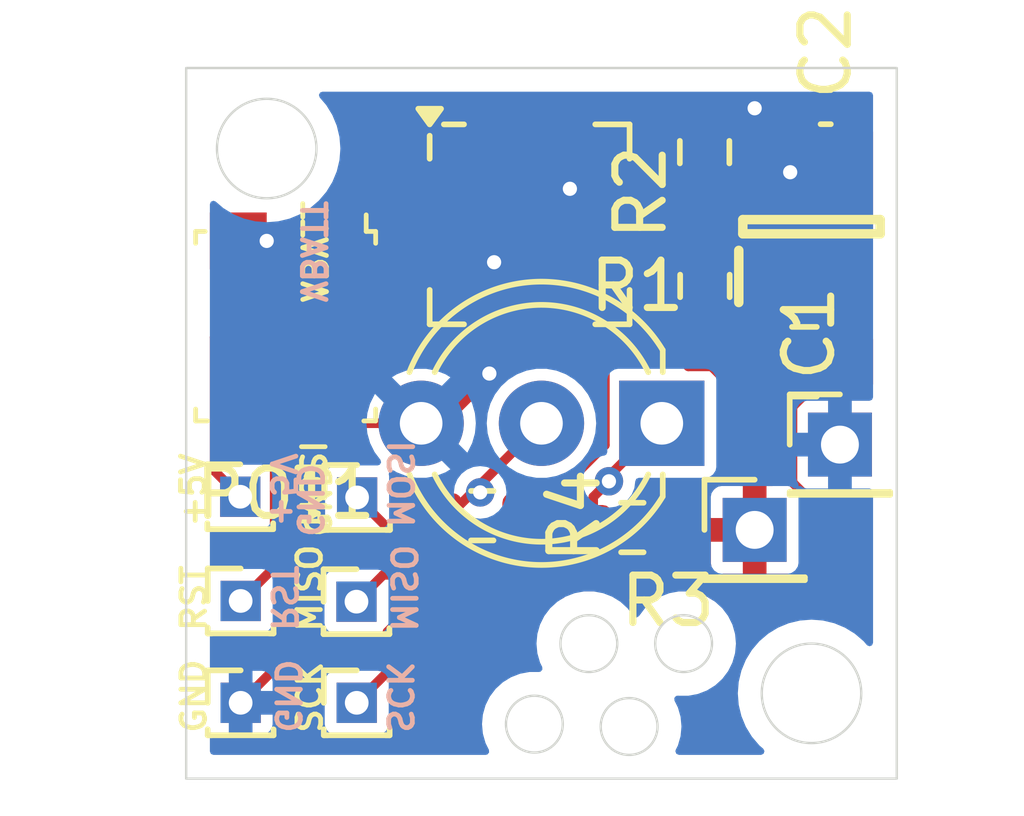
<source format=kicad_pcb>
(kicad_pcb (version 20240108) (generator "pcbnew") (generator_version "8.0")
  (layers (0 "F.Cu" signal) (31 "B.Cu" signal) (34 "B.Paste" user) (35 "F.Paste" user) (36 "B.SilkS" user "B.Silkscreen") (37 "F.SilkS" user "F.Silkscreen") (38 "B.Mask" user) (39 "F.Mask" user) (44 "Edge.Cuts" user))
  (net 0 "")
  (net 1 "GND")
  (net 2 "+VBATT")
  (net 3 "RST")
  (net 17 "+5V")
  (net 18 "Net-(D1-A1)")
  (net 19 "Net-(D1-A2)")
  (net 20 "MOSI{slash}R")
  (net 21 "DIM")
  (net 22 "MISO{slash}G")
  (net 23 "SCK{slash}BATT")
  (footprint "Connector_PinHeader_2.00mm:PinHeader_1x01_P2.00mm_Vertical" (layer "F.Cu") (at 137.2 89.35)
    (property "Reference" "TP1" (hide yes))
    (property "Value" "VBATT")
    (fp_line (start -1.06 -1.06) (end 0 -1.06) (stroke (width 0.12)) (layer "F.SilkS"))
    (fp_line (start -1.06 0) (end -1.06 -1.06) (stroke (width 0.12)) (layer "F.SilkS"))
    (fp_line (start -1.06 1) (end -1.06 1.06) (stroke (width 0.12)) (layer "F.SilkS"))
    (fp_line (start -1.06 1) (end 1.06 1) (stroke (width 0.12)) (layer "F.SilkS"))
    (fp_line (start -1.06 1.06) (end 1.06 1.06) (stroke (width 0.12)) (layer "F.SilkS"))
    (fp_line (start 1.06 1) (end 1.06 1.06) (stroke (width 0.12)) (layer "F.SilkS"))
    (pad "1" thru_hole rect (at 0 0) (size 1.35 1.35) (drill 0.8) (layers "*.Cu" "*.Mask") (net 2 "+VBATT"))
  )
  (footprint "Package_DFN_QFN:QFN-20-1EP_4x4mm_P0.5mm_EP2.6x2.6mm" (layer "F.Cu") (at 132.45 82.9)
    (property "Reference" "IC1" (hide yes))
    (property "Value" "ATtiny85-20M")
    (fp_line (start -2.11 -1.385) (end -2.11 -1.87) (stroke (width 0.12)) (layer "F.SilkS"))
    (fp_line (start -2.11 2.11) (end -2.11 1.385) (stroke (width 0.12)) (layer "F.SilkS"))
    (fp_line (start -1.385 -2.11) (end -1.81 -2.11) (stroke (width 0.12)) (layer "F.SilkS"))
    (fp_line (start -1.385 2.11) (end -2.11 2.11) (stroke (width 0.12)) (layer "F.SilkS"))
    (fp_line (start 1.385 -2.11) (end 2.11 -2.11) (stroke (width 0.12)) (layer "F.SilkS"))
    (fp_line (start 1.385 2.11) (end 2.11 2.11) (stroke (width 0.12)) (layer "F.SilkS"))
    (fp_line (start 2.11 -2.11) (end 2.11 -1.385) (stroke (width 0.12)) (layer "F.SilkS"))
    (fp_line (start 2.11 2.11) (end 2.11 1.385) (stroke (width 0.12)) (layer "F.SilkS"))
    (fp_poly (pts (xy -2.11 -2.11) (xy -2.35 -2.44) (xy -1.87 -2.44) (xy -2.11 -2.11)) (stroke (width 0.12)) (fill solid) (layer "F.SilkS"))
    (pad "1" smd roundrect (at -1.925 -1) (size 0.85 0.25) (layers "F.Cu" "F.Paste" "F.Mask") (net 3 "RST"))
    (pad "2" smd roundrect (at -1.925 -0.5) (size 0.85 0.25) (layers "F.Cu" "F.Paste" "F.Mask") (net 21 "DIM"))
    (pad "3" smd roundrect (at -1.925 0) (size 0.85 0.25) (layers "F.Cu" "F.Paste" "F.Mask"))
    (pad "4" smd roundrect (at -1.925 0.5) (size 0.85 0.25) (layers "F.Cu" "F.Paste" "F.Mask"))
    (pad "5" smd roundrect (at -1.925 1) (size 0.85 0.25) (layers "F.Cu" "F.Paste" "F.Mask"))
    (pad "6" smd roundrect (at -1 1.925) (size 0.25 0.85) (layers "F.Cu" "F.Paste" "F.Mask"))
    (pad "7" smd roundrect (at -0.5 1.925) (size 0.25 0.85) (layers "F.Cu" "F.Paste" "F.Mask"))
    (pad "8" smd roundrect (at 0 1.925) (size 0.25 0.85) (layers "F.Cu" "F.Paste" "F.Mask") (net 1 "GND"))
    (pad "9" smd roundrect (at 0.5 1.925) (size 0.25 0.85) (layers "F.Cu" "F.Paste" "F.Mask"))
    (pad "10" smd roundrect (at 1 1.925) (size 0.25 0.85) (layers "F.Cu" "F.Paste" "F.Mask"))
    (pad "11" smd roundrect (at 1.925 1) (size 0.85 0.25) (layers "F.Cu" "F.Paste" "F.Mask") (net 20 "MOSI{slash}R"))
    (pad "12" smd roundrect (at 1.925 0.5) (size 0.85 0.25) (layers "F.Cu" "F.Paste" "F.Mask") (net 22 "MISO{slash}G"))
    (pad "13" smd roundrect (at 1.925 0) (size 0.85 0.25) (layers "F.Cu" "F.Paste" "F.Mask"))
    (pad "14" smd roundrect (at 1.925 -0.5) (size 0.85 0.25) (layers "F.Cu" "F.Paste" "F.Mask") (net 23 "SCK{slash}BATT"))
    (pad "15" smd roundrect (at 1.925 -1) (size 0.85 0.25) (layers "F.Cu" "F.Paste" "F.Mask") (net 17 "+5V"))
    (pad "16" smd roundrect (at 1 -1.925) (size 0.25 0.85) (layers "F.Cu" "F.Paste" "F.Mask"))
    (pad "17" smd roundrect (at 0.5 -1.925) (size 0.25 0.85) (layers "F.Cu" "F.Paste" "F.Mask"))
    (pad "18" smd roundrect (at 0 -1.925) (size 0.25 0.85) (layers "F.Cu" "F.Paste" "F.Mask"))
    (pad "19" smd roundrect (at -0.5 -1.925) (size 0.25 0.85) (layers "F.Cu" "F.Paste" "F.Mask"))
    (pad "20" smd roundrect (at -1 -1.925) (size 0.25 0.85) (layers "F.Cu" "F.Paste" "F.Mask"))
    (pad "21" smd rect (at 0 0) (size 2.6 2.6) (property pad_prop_heatsink) (layers "F.Cu" "F.Mask") (net 1 "GND"))
  )
  (footprint "digikey-footprints:Trimpot_3.8mmx3.6mm_TC33X-2-103E" (layer "F.Cu") (at 127.3 85.05 180)
    (property "Reference" "POT1" (at 0 -3.54 180) (layer "F.SilkS"))
    (property "Value" "TC33X-2-103E")
    (fp_line (start 1.9 2) (end 1.9 1.75) (stroke (width 0.1)) (layer "F.SilkS"))
    (fp_line (start 1.9 2) (end 1.7 2) (stroke (width 0.1)) (layer "F.SilkS"))
    (fp_line (start 1.9 -2) (end 1.9 -1.75) (stroke (width 0.1)) (layer "F.SilkS"))
    (fp_line (start 1.9 -2) (end 1.65 -2) (stroke (width 0.1)) (layer "F.SilkS"))
    (fp_line (start -1.7 2) (end -1.7 2.35) (stroke (width 0.1)) (layer "F.SilkS"))
    (fp_line (start -1.9 2) (end -1.7 2) (stroke (width 0.1)) (layer "F.SilkS"))
    (fp_line (start -1.9 1.75) (end -1.9 2) (stroke (width 0.1)) (layer "F.SilkS"))
    (fp_line (start -1.9 -2) (end -1.65 -2) (stroke (width 0.1)) (layer "F.SilkS"))
    (fp_line (start -1.9 -2) (end -1.9 -1.75) (stroke (width 0.1)) (layer "F.SilkS"))
    (pad "1" smd rect (at -1 1.8 180) (size 1.2 1.2) (layers "F.Cu" "F.Paste" "F.Mask") (net 17 "+5V"))
    (pad "2" smd rect (at 0 -1.45 180) (size 1.6 1.5) (layers "F.Cu" "F.Paste" "F.Mask") (net 21 "DIM"))
    (pad "3" smd rect (at 1 1.8 180) (size 1.2 1.2) (layers "F.Cu" "F.Paste" "F.Mask") (net 1 "GND"))
  )
  (footprint "Connector_PinHeader_1.00mm:PinHeader_1x01_P1.00mm_Vertical" (layer "F.Cu") (at 126.341724 88.65)
    (property "Reference" "TP4" (hide yes))
    (property "Value" "3V3")
    (fp_line (start -0.695 -0.685) (end 0 -0.685) (stroke (width 0.12)) (layer "F.SilkS"))
    (fp_line (start -0.695 0) (end -0.695 -0.685) (stroke (width 0.12)) (layer "F.SilkS"))
    (fp_line (start -0.695 0.685) (end -0.695 0.56) (stroke (width 0.12)) (layer "F.SilkS"))
    (fp_line (start -0.695 0.685) (end -0.608276 0.685) (stroke (width 0.12)) (layer "F.SilkS"))
    (fp_line (start -0.695 0.685) (end 0.695 0.685) (stroke (width 0.12)) (layer "F.SilkS"))
    (fp_line (start 0.608276 0.685) (end 0.695 0.685) (stroke (width 0.12)) (layer "F.SilkS"))
    (fp_line (start 0.695 0.685) (end 0.695 0.56) (stroke (width 0.12)) (layer "F.SilkS"))
    (pad "1" thru_hole rect (at 0 0) (size 0.85 0.85) (drill 0.5) (layers "*.Cu" "*.Mask") (net 17 "+5V"))
  )
  (footprint "Connector_PinHeader_1.00mm:PinHeader_1x01_P1.00mm_Vertical" (layer "F.Cu") (at 128.8 93)
    (property "Reference" "TP7" (hide yes))
    (property "Value" "SCK")
    (fp_line (start -0.695 -0.685) (end 0 -0.685) (stroke (width 0.12)) (layer "F.SilkS"))
    (fp_line (start -0.695 0) (end -0.695 -0.685) (stroke (width 0.12)) (layer "F.SilkS"))
    (fp_line (start -0.695 0.685) (end -0.695 0.56) (stroke (width 0.12)) (layer "F.SilkS"))
    (fp_line (start -0.695 0.685) (end -0.608276 0.685) (stroke (width 0.12)) (layer "F.SilkS"))
    (fp_line (start -0.695 0.685) (end 0.695 0.685) (stroke (width 0.12)) (layer "F.SilkS"))
    (fp_line (start 0.608276 0.685) (end 0.695 0.685) (stroke (width 0.12)) (layer "F.SilkS"))
    (fp_line (start 0.695 0.685) (end 0.695 0.56) (stroke (width 0.12)) (layer "F.SilkS"))
    (pad "1" thru_hole rect (at 0 0) (size 0.85 0.85) (drill 0.5) (layers "*.Cu" "*.Mask") (net 23 "SCK{slash}BATT"))
  )
  (footprint "LED_THT:LED_D5.0mm-3" (layer "F.Cu") (at 135.24 87.1 180)
    (property "Reference" "D1" (hide yes))
    (property "Value" "LED_Dual_AAK")
    (fp_line (start -0.02 1.08) (end -0.02 1.545) (stroke (width 0.12)) (layer "F.SilkS"))
    (fp_line (start -0.02 -1.545) (end -0.02 -1.08) (stroke (width 0.12)) (layer "F.SilkS"))
    (fp_arc (start 5.327815 1.080827) (mid 2.798456 2.978808) (end -0.02 1.54483) (stroke (width 0.12)) (layer "F.SilkS"))
    (fp_arc (start 4.794479 1.080429) (mid 2.539762 2.5) (end 0.285316 1.08) (stroke (width 0.12)) (layer "F.SilkS"))
    (fp_arc (start 0.285316 -1.08) (mid 2.539762 -2.5) (end 4.794479 -1.080429) (stroke (width 0.12)) (layer "F.SilkS"))
    (fp_arc (start -0.02 -1.54483) (mid 2.798456 -2.978809) (end 5.327815 -1.080827) (stroke (width 0.12)) (layer "F.SilkS"))
    (pad "1" thru_hole rect (at 0 0 180) (size 1.8 1.8) (drill 0.9) (layers "*.Cu" "*.Mask") (net 18 "Net-(D1-A1)"))
    (pad "2" thru_hole circle (at 2.54 0 180) (size 1.8 1.8) (drill 0.9) (layers "*.Cu" "*.Mask") (net 19 "Net-(D1-A2)"))
    (pad "3" thru_hole circle (at 5.08 0 180) (size 1.8 1.8) (drill 0.9) (layers "*.Cu" "*.Mask") (net 1 "GND"))
  )
  (footprint "Connector_PinHeader_2.00mm:PinHeader_1x01_P2.00mm_Vertical" (layer "F.Cu") (at 139 87.55)
    (property "Reference" "TP2" (hide yes))
    (property "Value" "GND")
    (fp_line (start -1.06 -1.06) (end 0 -1.06) (stroke (width 0.12)) (layer "F.SilkS"))
    (fp_line (start -1.06 0) (end -1.06 -1.06) (stroke (width 0.12)) (layer "F.SilkS"))
    (fp_line (start -1.06 1) (end -1.06 1.06) (stroke (width 0.12)) (layer "F.SilkS"))
    (fp_line (start -1.06 1) (end 1.06 1) (stroke (width 0.12)) (layer "F.SilkS"))
    (fp_line (start -1.06 1.06) (end 1.06 1.06) (stroke (width 0.12)) (layer "F.SilkS"))
    (fp_line (start 1.06 1) (end 1.06 1.06) (stroke (width 0.12)) (layer "F.SilkS"))
    (pad "1" thru_hole rect (at 0 0) (size 1.35 1.35) (drill 0.8) (layers "*.Cu" "*.Mask") (net 1 "GND"))
  )
  (footprint "Resistor_SMD:R_0603_1608Metric" (layer "F.Cu") (at 134.618279 89.3)
    (property "Reference" "R3" (at 0.75 1.55 0) (layer "F.SilkS"))
    (property "Value" "65")
    (fp_line (start -0.237258 -0.5225) (end 0.237258 -0.5225) (stroke (width 0.12)) (layer "F.SilkS"))
    (fp_line (start -0.237258 0.5225) (end 0.237258 0.5225) (stroke (width 0.12)) (layer "F.SilkS"))
    (pad "1" smd roundrect (at -0.825 0) (size 0.8 0.95) (layers "F.Cu" "F.Paste" "F.Mask") (net 18 "Net-(D1-A1)"))
    (pad "2" smd roundrect (at 0.825 0) (size 0.8 0.95) (layers "F.Cu" "F.Paste" "F.Mask") (net 22 "MISO{slash}G"))
  )
  (footprint "Resistor_SMD:R_0603_1608Metric" (layer "F.Cu") (at 136.143578 81.375804 90)
    (property "Reference" "R2" (at -0.85 -1.35 270) (layer "F.SilkS"))
    (property "Value" "3K3")
    (fp_line (start -0.237258 -0.5225) (end 0.237258 -0.5225) (stroke (width 0.12)) (layer "F.SilkS"))
    (fp_line (start -0.237258 0.5225) (end 0.237258 0.5225) (stroke (width 0.12)) (layer "F.SilkS"))
    (pad "1" smd roundrect (at -0.825 0 90) (size 0.8 0.95) (layers "F.Cu" "F.Paste" "F.Mask") (net 23 "SCK{slash}BATT"))
    (pad "2" smd roundrect (at 0.825 0 90) (size 0.8 0.95) (layers "F.Cu" "F.Paste" "F.Mask") (net 1 "GND"))
  )
  (footprint "Resistor_SMD:R_0603_1608Metric" (layer "F.Cu") (at 131.45 89.05)
    (property "Reference" "R4" (at 1.95 0 90) (layer "F.SilkS"))
    (property "Value" "65")
    (fp_line (start -0.237258 -0.5225) (end 0.237258 -0.5225) (stroke (width 0.12)) (layer "F.SilkS"))
    (fp_line (start -0.237258 0.5225) (end 0.237258 0.5225) (stroke (width 0.12)) (layer "F.SilkS"))
    (pad "1" smd roundrect (at -0.825 0) (size 0.8 0.95) (layers "F.Cu" "F.Paste" "F.Mask") (net 19 "Net-(D1-A2)"))
    (pad "2" smd roundrect (at 0.825 0) (size 0.8 0.95) (layers "F.Cu" "F.Paste" "F.Mask") (net 20 "MOSI{slash}R"))
  )
  (footprint "Connector_PinHeader_1.00mm:PinHeader_1x01_P1.00mm_Vertical" (layer "F.Cu") (at 126.35 93)
    (property "Reference" "TP3" (hide yes))
    (property "Value" "GND")
    (fp_line (start -0.695 -0.685) (end 0 -0.685) (stroke (width 0.12)) (layer "F.SilkS"))
    (fp_line (start -0.695 0) (end -0.695 -0.685) (stroke (width 0.12)) (layer "F.SilkS"))
    (fp_line (start -0.695 0.685) (end -0.695 0.56) (stroke (width 0.12)) (layer "F.SilkS"))
    (fp_line (start -0.695 0.685) (end -0.608276 0.685) (stroke (width 0.12)) (layer "F.SilkS"))
    (fp_line (start -0.695 0.685) (end 0.695 0.685) (stroke (width 0.12)) (layer "F.SilkS"))
    (fp_line (start 0.608276 0.685) (end 0.695 0.685) (stroke (width 0.12)) (layer "F.SilkS"))
    (fp_line (start 0.695 0.685) (end 0.695 0.56) (stroke (width 0.12)) (layer "F.SilkS"))
    (pad "1" thru_hole rect (at 0 0) (size 0.85 0.85) (drill 0.5) (layers "*.Cu" "*.Mask") (net 1 "GND"))
  )
  (footprint "AP7375-33SA-7:SOT96P240X110-3N" (layer "F.Cu") (at 138.4 82.95 90)
    (property "Reference" "IC2" (hide yes))
    (property "Value" "AP7375-33SA-7" (hide yes))
    (fp_line (start -1.6 -1.535) (end -0.5 -1.535) (stroke (width 0.2)) (layer "F.SilkS"))
    (fp_line (start 0.15 -1.45) (end 0.15 1.45) (stroke (width 0.2)) (layer "F.SilkS"))
    (fp_line (start -0.15 -1.45) (end 0.15 -1.45) (stroke (width 0.2)) (layer "F.SilkS"))
    (fp_line (start 0.15 1.45) (end -0.15 1.45) (stroke (width 0.2)) (layer "F.SilkS"))
    (fp_line (start -0.15 1.45) (end -0.15 -1.45) (stroke (width 0.2)) (layer "F.SilkS"))
    (pad "1" smd rect (at -1.05 -0.96 180) (size 0.65 1.1) (layers "F.Cu" "F.Paste" "F.Mask") (net 2 "+VBATT"))
    (pad "2" smd rect (at -1.05 0.96 180) (size 0.65 1.1) (layers "F.Cu" "F.Paste" "F.Mask") (net 17 "+5V"))
    (pad "3" smd rect (at 1.05 0 180) (size 0.65 1.1) (layers "F.Cu" "F.Paste" "F.Mask") (net 1 "GND"))
  )
  (footprint "Connector_PinHeader_1.00mm:PinHeader_1x01_P1.00mm_Vertical" (layer "F.Cu") (at 128.808276 88.665)
    (property "Reference" "TP6" (hide yes))
    (property "Value" "MOSI")
    (fp_line (start -0.695 -0.685) (end 0 -0.685) (stroke (width 0.12)) (layer "F.SilkS"))
    (fp_line (start -0.695 0) (end -0.695 -0.685) (stroke (width 0.12)) (layer "F.SilkS"))
    (fp_line (start -0.695 0.685) (end -0.695 0.56) (stroke (width 0.12)) (layer "F.SilkS"))
    (fp_line (start -0.695 0.685) (end -0.608276 0.685) (stroke (width 0.12)) (layer "F.SilkS"))
    (fp_line (start -0.695 0.685) (end 0.695 0.685) (stroke (width 0.12)) (layer "F.SilkS"))
    (fp_line (start 0.608276 0.685) (end 0.695 0.685) (stroke (width 0.12)) (layer "F.SilkS"))
    (fp_line (start 0.695 0.685) (end 0.695 0.56) (stroke (width 0.12)) (layer "F.SilkS"))
    (pad "1" thru_hole rect (at 0 0) (size 0.85 0.85) (drill 0.5) (layers "*.Cu" "*.Mask") (net 20 "MOSI{slash}R"))
  )
  (footprint "Resistor_SMD:R_0603_1608Metric" (layer "F.Cu") (at 136.15 84.2 90)
    (property "Reference" "R1" (at 0 -1.43 360) (layer "F.SilkS"))
    (property "Value" "10K")
    (fp_line (start -0.237258 -0.5225) (end 0.237258 -0.5225) (stroke (width 0.12)) (layer "F.SilkS"))
    (fp_line (start -0.237258 0.5225) (end 0.237258 0.5225) (stroke (width 0.12)) (layer "F.SilkS"))
    (pad "1" smd roundrect (at -0.825 0 90) (size 0.8 0.95) (layers "F.Cu" "F.Paste" "F.Mask") (net 2 "+VBATT"))
    (pad "2" smd roundrect (at 0.825 0 90) (size 0.8 0.95) (layers "F.Cu" "F.Paste" "F.Mask") (net 23 "SCK{slash}BATT"))
  )
  (footprint "Capacitor_SMD:C_0805_2012Metric" (layer "F.Cu") (at 138.25 85.8 180)
    (property "Reference" "C1" (at -0.1 0.6 270) (layer "F.SilkS"))
    (property "Value" "2.2uF,100V")
    (fp_line (start -0.261252 0.735) (end 0.261252 0.735) (stroke (width 0.12)) (layer "F.SilkS"))
    (fp_line (start -0.261252 -0.735) (end 0.261252 -0.735) (stroke (width 0.12)) (layer "F.SilkS"))
    (pad "1" smd roundrect (at -0.95 0 180) (size 1 1.45) (layers "F.Cu" "F.Paste" "F.Mask") (net 1 "GND"))
    (pad "2" smd roundrect (at 0.95 0 180) (size 1 1.45) (layers "F.Cu" "F.Paste" "F.Mask") (net 2 "+VBATT"))
  )
  (footprint "Capacitor_SMD:C_0402_1005Metric" (layer "F.Cu") (at 138.7 80.42581)
    (property "Reference" "C2" (at 0 -1.16 90) (layer "F.SilkS"))
    (property "Value" "22uF,10V+")
    (fp_line (start -0.107836 -0.36) (end 0.107836 -0.36) (stroke (width 0.12)) (layer "F.SilkS"))
    (fp_line (start -0.107836 0.36) (end 0.107836 0.36) (stroke (width 0.12)) (layer "F.SilkS"))
    (pad "1" smd roundrect (at -0.48 0) (size 0.56 0.62) (layers "F.Cu" "F.Paste" "F.Mask") (net 1 "GND"))
    (pad "2" smd roundrect (at 0.48 0) (size 0.56 0.62) (layers "F.Cu" "F.Paste" "F.Mask") (net 17 "+5V"))
  )
  (footprint "Connector_PinHeader_1.00mm:PinHeader_1x01_P1.00mm_Vertical" (layer "F.Cu") (at 126.35 90.85)
    (property "Reference" "TP8" (hide yes))
    (property "Value" "RST")
    (fp_line (start -0.695 -0.685) (end 0 -0.685) (stroke (width 0.12)) (layer "F.SilkS"))
    (fp_line (start -0.695 0) (end -0.695 -0.685) (stroke (width 0.12)) (layer "F.SilkS"))
    (fp_line (start -0.695 0.685) (end -0.695 0.56) (stroke (width 0.12)) (layer "F.SilkS"))
    (fp_line (start -0.695 0.685) (end -0.608276 0.685) (stroke (width 0.12)) (layer "F.SilkS"))
    (fp_line (start -0.695 0.685) (end 0.695 0.685) (stroke (width 0.12)) (layer "F.SilkS"))
    (fp_line (start 0.608276 0.685) (end 0.695 0.685) (stroke (width 0.12)) (layer "F.SilkS"))
    (fp_line (start 0.695 0.685) (end 0.695 0.56) (stroke (width 0.12)) (layer "F.SilkS"))
    (pad "1" thru_hole rect (at 0 0) (size 0.85 0.85) (drill 0.5) (layers "*.Cu" "*.Mask") (net 3 "RST"))
  )
  (footprint "Connector_PinHeader_1.00mm:PinHeader_1x01_P1.00mm_Vertical" (layer "F.Cu") (at 128.795 90.865)
    (property "Reference" "TP5" (hide yes))
    (property "Value" "MISO")
    (fp_line (start -0.695 -0.685) (end 0 -0.685) (stroke (width 0.12)) (layer "F.SilkS"))
    (fp_line (start -0.695 0) (end -0.695 -0.685) (stroke (width 0.12)) (layer "F.SilkS"))
    (fp_line (start -0.695 0.685) (end -0.695 0.56) (stroke (width 0.12)) (layer "F.SilkS"))
    (fp_line (start -0.695 0.685) (end -0.608276 0.685) (stroke (width 0.12)) (layer "F.SilkS"))
    (fp_line (start -0.695 0.685) (end 0.695 0.685) (stroke (width 0.12)) (layer "F.SilkS"))
    (fp_line (start 0.608276 0.685) (end 0.695 0.685) (stroke (width 0.12)) (layer "F.SilkS"))
    (fp_line (start 0.695 0.685) (end 0.695 0.56) (stroke (width 0.12)) (layer "F.SilkS"))
    (pad "1" thru_hole rect (at 0 0) (size 0.85 0.85) (drill 0.5) (layers "*.Cu" "*.Mask") (net 22 "MISO{slash}G"))
  )
  (gr_circle (center 134.55 93.5) (end 135.15 93.5) (stroke (width 0.05)) (fill none) (layer "Edge.Cuts"))
  (gr_circle (center 126.9 81.3) (end 127.95 81.3) (stroke (width 0.05)) (fill none) (layer "Edge.Cuts"))
  (gr_circle (center 138.4 92.8) (end 139.45 92.8) (stroke (width 0.05)) (fill none) (layer "Edge.Cuts"))
  (gr_circle (center 132.55 93.45) (end 133.15 93.45) (stroke (width 0.05)) (fill none) (layer "Edge.Cuts"))
  (gr_circle (center 133.7 91.75) (end 134.3 91.75) (stroke (width 0.05)) (fill none) (layer "Edge.Cuts"))
  (gr_rect (start 125.2 79.6) (end 140.2 94.6) (stroke (width 0.05)) (fill none) (layer "Edge.Cuts"))
  (gr_circle (center 135.7 91.75) (end 136.3 91.75) (stroke (width 0.05)) (fill none) (layer "Edge.Cuts"))
  (gr_text "+5V" (at 126.95 89.335 -90) (layer "B.SilkS") (effects (font (size 0.5 0.5) (thickness 0.1)) (justify left bottom mirror)))
  (gr_text "GND" (at 127.5135 89.55 -90) (layer "B.SilkS") (effects (font (size 0.5 0.5) (thickness 0.1)) (justify left bottom mirror)))
  (gr_text "MOSI" (at 129.416552 89.35 -90) (layer "B.SilkS") (effects (font (size 0.5 0.5) (thickness 0.1)) (justify left bottom mirror)))
  (gr_text "RST" (at 126.965 91.535 -90) (layer "B.SilkS") (effects (font (size 0.5 0.5) (thickness 0.1)) (justify left bottom mirror)))
  (gr_text "GND" (at 127.045 93.685 -90) (layer "B.SilkS") (effects (font (size 0.5 0.5) (thickness 0.1)) (justify left bottom mirror)))
  (gr_text "MISO" (at 129.49 91.55 -90) (layer "B.SilkS") (effects (font (size 0.5 0.5) (thickness 0.1)) (justify left bottom mirror)))
  (gr_text "VBATT" (at 127.586 84.6 -90) (layer "B.SilkS") (effects (font (size 0.5 0.5) (thickness 0.1)) (justify left bottom mirror)))
  (gr_text "SCK" (at 129.408276 93.685 -90) (layer "B.SilkS") (effects (font (size 0.5 0.5) (thickness 0.1)) (justify left bottom mirror)))
  (gr_text "RST" (at 125.655 91.535 90) (layer "F.SilkS") (effects (font (size 0.5 0.5) (thickness 0.1)) (justify left bottom)))
  (gr_text "MOSI" (at 128.2 89.35 90) (layer "F.SilkS") (effects (font (size 0.5 0.5) (thickness 0.1)) (justify left bottom)))
  (gr_text "GND" (at 125.655 93.685 90) (layer "F.SilkS") (effects (font (size 0.5 0.5) (thickness 0.1)) (justify left bottom)))
  (gr_text "SCK" (at 128.105 93.685 90) (layer "F.SilkS") (effects (font (size 0.5 0.5) (thickness 0.1)) (justify left bottom)))
  (gr_text "VBATT" (at 128.2275 84.6 90) (layer "F.SilkS") (effects (font (size 0.5 0.5) (thickness 0.1)) (justify left bottom)))
  (gr_text "GND" (at 128.3 89.55 90) (layer "F.SilkS") (effects (font (size 0.5 0.5) (thickness 0.1)) (justify left bottom)))
  (gr_text "MISO" (at 128.1 91.55 90) (layer "F.SilkS") (effects (font (size 0.5 0.5) (thickness 0.1)) (justify left bottom)))
  (gr_text "+5V" (at 125.646724 89.335 90) (layer "F.SilkS") (effects (font (size 0.5 0.5) (thickness 0.1)) (justify left bottom)))
  (segment (start 132.45 85.264386) (end 132.45 84.825) (width 0.2) (layer "F.Cu") (net 1))
  (segment (start 126.35 93) (end 127.466724 91.883276) (width 0.2) (layer "F.Cu") (net 1))
  (segment (start 128.923276 87.1) (end 130.16 87.1) (width 0.2) (layer "F.Cu") (net 1))
  (segment (start 131.664386 86.05) (end 132.45 85.264386) (width 0.2) (layer "F.Cu") (net 1))
  (segment (start 137.099196 80.550804) (end 137.2 80.45) (width 0.2) (layer "F.Cu") (net 1))
  (segment (start 131.6 86.05) (end 131.664386 86.05) (width 0.2) (layer "F.Cu") (net 1))
  (segment (start 139 86) (end 139.2 85.8) (width 0.2) (layer "F.Cu") (net 1))
  (segment (start 136.143578 80.550804) (end 137.099196 80.550804) (width 0.2) (layer "F.Cu") (net 1))
  (segment (start 132.45 84.825) (end 132.45 82.9) (width 0.2) (layer "F.Cu") (net 1))
  (segment (start 137.2 80.45) (end 138.19581 80.45) (width 0.2) (layer "F.Cu") (net 1))
  (segment (start 127.466724 88.556552) (end 128.923276 87.1) (width 0.2) (layer "F.Cu") (net 1))
  (segment (start 139 87.55) (end 139 86) (width 0.2) (layer "F.Cu") (net 1))
  (segment (start 127.466724 91.883276) (end 127.466724 88.556552) (width 0.2) (layer "F.Cu") (net 1))
  (segment (start 130.614386 87.1) (end 131.6 86.114386) (width 0.2) (layer "F.Cu") (net 1))
  (segment (start 130.16 87.1) (end 130.614386 87.1) (width 0.2) (layer "F.Cu") (net 1))
  (segment (start 126.9 83.25) (end 126.3 83.25) (width 0.2) (layer "F.Cu") (net 1))
  (segment (start 131.6 86.114386) (end 131.6 86.05) (width 0.2) (layer "F.Cu") (net 1))
  (segment (start 138.19581 80.45) (end 138.22 80.42581) (width 0.2) (layer "F.Cu") (net 1))
  (via (at 131.6 86.05) (size 0.6) (drill 0.3) (layers "F.Cu" "B.Cu") (net 1))
  (via (at 126.9 83.25) (size 0.6) (drill 0.3) (layers "F.Cu" "B.Cu") (net 1))
  (via (at 137.2 80.45) (size 0.6) (drill 0.3) (layers "F.Cu" "B.Cu") (net 1))
  (via (at 137.95 81.8) (size 0.6) (drill 0.3) (layers "F.Cu" "B.Cu") (net 1))
  (via (at 131.7 83.7) (size 0.6) (drill 0.3) (layers "F.Cu" "B.Cu") (net 1))
  (via (at 133.3 82.15) (size 0.6) (drill 0.3) (layers "F.Cu" "B.Cu") (net 1))
  (segment (start 137.3 85.8) (end 137.3 84.14) (width 0.2) (layer "F.Cu") (net 2))
  (segment (start 137.3 84.14) (end 137.44 84) (width 0.2) (layer "F.Cu") (net 2))
  (segment (start 136.15 85.025) (end 136.415 85.025) (width 0.2) (layer "F.Cu") (net 2))
  (segment (start 136.525 85.025) (end 137.3 85.8) (width 0.2) (layer "F.Cu") (net 2))
  (segment (start 136.415 85.025) (end 137.44 84) (width 0.2) (layer "F.Cu") (net 2))
  (segment (start 136.15 85.025) (end 136.525 85.025) (width 0.2) (layer "F.Cu") (net 2))
  (segment (start 129.4 83.834314) (end 129.4 82.519928) (width 0.2) (layer "F.Cu") (net 3))
  (segment (start 130.019928 81.9) (end 130.525 81.9) (width 0.2) (layer "F.Cu") (net 3))
  (segment (start 127.066724 87.925) (end 126.841724 87.7) (width 0.2) (layer "F.Cu") (net 3))
  (segment (start 126.3 87.7) (end 126.2 87.6) (width 0.2) (layer "F.Cu") (net 3))
  (segment (start 126.7 84.95) (end 128.284314 84.95) (width 0.2) (layer "F.Cu") (net 3))
  (segment (start 127.066724 90.133276) (end 127.066724 87.925) (width 0.2) (layer "F.Cu") (net 3))
  (segment (start 129.4 82.519928) (end 130.019928 81.9) (width 0.2) (layer "F.Cu") (net 3))
  (segment (start 126.2 85.45) (end 126.7 84.95) (width 0.2) (layer "F.Cu") (net 3))
  (segment (start 126.35 90.85) (end 127.066724 90.133276) (width 0.2) (layer "F.Cu") (net 3))
  (segment (start 126.2 87.6) (end 126.2 85.45) (width 0.2) (layer "F.Cu") (net 3))
  (segment (start 128.284314 84.95) (end 129.4 83.834314) (width 0.2) (layer "F.Cu") (net 3))
  (segment (start 126.841724 87.7) (end 126.3 87.7) (width 0.2) (layer "F.Cu") (net 3))
  (segment (start 138.912901 81.05) (end 139.3 81.437099) (width 0.2) (layer "F.Cu") (net 17))
  (segment (start 128.3 83.25) (end 128.8 82.75) (width 0.2) (layer "F.Cu") (net 17))
  (segment (start 128.3 83.25) (end 128.3 83.65) (width 0.2) (layer "F.Cu") (net 17))
  (segment (start 125.8 88.108276) (end 126.341724 88.65) (width 0.2) (layer "F.Cu") (net 17))
  (segment (start 139.18 81.317099) (end 139.18 80.42581) (width 0.2) (layer "F.Cu") (net 17))
  (segment (start 129.7 80.25) (end 134.1 80.25) (width 0.2) (layer "F.Cu") (net 17))
  (segment (start 125.8 85.284314) (end 125.8 88.108276) (width 0.2) (layer "F.Cu") (net 17))
  (segment (start 127.45 84.5) (end 126.584314 84.5) (width 0.2) (layer "F.Cu") (net 17))
  (segment (start 136.975 81.45) (end 137.375 81.05) (width 0.2) (layer "F.Cu") (net 17))
  (segment (start 137.375 81.05) (end 138.912901 81.05) (width 0.2) (layer "F.Cu") (net 17))
  (segment (start 134.375 81.9) (end 134.5 81.9) (width 0.2) (layer "F.Cu") (net 17))
  (segment (start 128.3 83.65) (end 127.45 84.5) (width 0.2) (layer "F.Cu") (net 17))
  (segment (start 139.3 83.94) (end 139.3 81.675) (width 0.2) (layer "F.Cu") (net 17))
  (segment (start 134.5 81.9) (end 134.95 81.45) (width 0.2) (layer "F.Cu") (net 17))
  (segment (start 139.3 81.437099) (end 139.18 81.317099) (width 0.2) (layer "F.Cu") (net 17))
  (segment (start 134.95 81.1) (end 134.95 81.45) (width 0.2) (layer "F.Cu") (net 17))
  (segment (start 134.1 80.25) (end 134.95 81.1) (width 0.2) (layer "F.Cu") (net 17))
  (segment (start 134.95 81.45) (end 136.975 81.45) (width 0.2) (layer "F.Cu") (net 17))
  (segment (start 139.3 81.437099) (end 139.3 81.675) (width 0.2) (layer "F.Cu") (net 17))
  (segment (start 139.36 84) (end 139.3 83.94) (width 0.2) (layer "F.Cu") (net 17))
  (segment (start 128.8 81.15) (end 129.7 80.25) (width 0.2) (layer "F.Cu") (net 17))
  (segment (start 126.584314 84.5) (end 125.8 85.284314) (width 0.2) (layer "F.Cu") (net 17))
  (segment (start 128.8 82.75) (end 128.8 81.15) (width 0.2) (layer "F.Cu") (net 17))
  (segment (start 134.124265 88.324265) (end 133.793279 88.655251) (width 0.2) (layer "F.Cu") (net 18))
  (segment (start 134.124265 88.215735) (end 135.24 87.1) (width 0.2) (layer "F.Cu") (net 18))
  (segment (start 133.793279 88.655251) (end 133.793279 89.3) (width 0.2) (layer "F.Cu") (net 18))
  (segment (start 134.124265 88.324265) (end 134.124265 88.215735) (width 0.2) (layer "F.Cu") (net 18))
  (via (at 134.124265 88.324265) (size 0.6) (drill 0.3) (layers "F.Cu" "B.Cu") (net 18))
  (segment (start 131.406141 88.558559) (end 131.406141 88.393859) (width 0.2) (layer "F.Cu") (net 19))
  (segment (start 130.75 89.05) (end 130.625 89.05) (width 0.2) (layer "F.Cu") (net 19))
  (segment (start 131.241441 88.558559) (end 130.75 89.05) (width 0.2) (layer "F.Cu") (net 19))
  (segment (start 131.406141 88.393859) (end 132.7 87.1) (width 0.2) (layer "F.Cu") (net 19))
  (segment (start 131.406141 88.558559) (end 131.241441 88.558559) (width 0.2) (layer "F.Cu") (net 19))
  (via (at 131.406141 88.558559) (size 0.6) (drill 0.3) (layers "F.Cu" "B.Cu") (net 19))
  (segment (start 134.05 84.225) (end 134.05 86) (width 0.2) (layer "F.Cu") (net 20))
  (segment (start 132.275 89.05) (end 132.55 89.05) (width 0.2) (layer "F.Cu") (net 20))
  (segment (start 132.275 89.05) (end 131.5 89.825) (width 0.2) (layer "F.Cu") (net 20))
  (segment (start 129.968276 89.825) (end 128.808276 88.665) (width 0.2) (layer "F.Cu") (net 20))
  (segment (start 132.275 89.05) (end 132.4 89.175) (width 0.2) (layer "F.Cu") (net 20))
  (segment (start 131.5 89.825) (end 129.968276 89.825) (width 0.2) (layer "F.Cu") (net 20))
  (segment (start 132.55 89.05) (end 134.04 87.56) (width 0.2) (layer "F.Cu") (net 20))
  (segment (start 134.04 87.56) (end 134.04 86) (width 0.2) (layer "F.Cu") (net 20))
  (segment (start 134.375 83.9) (end 134.05 84.225) (width 0.2) (layer "F.Cu") (net 20))
  (segment (start 129.8 84) (end 129.8 82.685614) (width 0.2) (layer "F.Cu") (net 21))
  (segment (start 130.085614 82.4) (end 130.525 82.4) (width 0.2) (layer "F.Cu") (net 21))
  (segment (start 127.3 86.5) (end 129.8 84) (width 0.2) (layer "F.Cu") (net 21))
  (segment (start 129.8 82.685614) (end 130.085614 82.4) (width 0.2) (layer "F.Cu") (net 21))
  (segment (start 135.35 85.45) (end 135.8 85.9) (width 0.2) (layer "F.Cu") (net 22))
  (segment (start 128.795 90.865) (end 129.36 90.3) (width 0.2) (layer "F.Cu") (net 22))
  (segment (start 129.36 90.3) (end 131.65 90.3) (width 0.2) (layer "F.Cu") (net 22))
  (segment (start 135.35 83.935614) (end 135.35 85.45) (width 0.2) (layer "F.Cu") (net 22))
  (segment (start 135.443279 89.256721) (end 135.443279 89.3) (width 0.2) (layer "F.Cu") (net 22))
  (segment (start 134.643279 90.1) (end 135.443279 89.3) (width 0.2) (layer "F.Cu") (net 22))
  (segment (start 136.5 86.11) (end 136.5 88.2) (width 0.2) (layer "F.Cu") (net 22))
  (segment (start 135.8 85.9) (end 136.29 85.9) (width 0.2) (layer "F.Cu") (net 22))
  (segment (start 136.29 85.9) (end 136.5 86.11) (width 0.2) (layer "F.Cu") (net 22))
  (segment (start 131.65 90.3) (end 131.85 90.1) (width 0.2) (layer "F.Cu") (net 22))
  (segment (start 136.5 88.2) (end 135.443279 89.256721) (width 0.2) (layer "F.Cu") (net 22))
  (segment (start 134.814386 83.4) (end 135.35 83.935614) (width 0.2) (layer "F.Cu") (net 22))
  (segment (start 131.85 90.1) (end 134.643279 90.1) (width 0.2) (layer "F.Cu") (net 22))
  (segment (start 134.375 83.4) (end 134.814386 83.4) (width 0.2) (layer "F.Cu") (net 22))
  (segment (start 138.05 90.8) (end 138.75 90.1) (width 0.2) (layer "F.Cu") (net 23))
  (segment (start 129.45 92.35) (end 129.45 91.5) (width 0.2) (layer "F.Cu") (net 23))
  (segment (start 136.450499 90.8) (end 138.05 90.8) (width 0.2) (layer "F.Cu") (net 23))
  (segment (start 138.75 90.1) (end 138.75 89.1) (width 0.2) (layer "F.Cu") (net 23))
  (segment (start 136.143578 83.368578) (end 136.143578 82.200804) (width 0.2) (layer "F.Cu") (net 23))
  (segment (start 138.75 89.1) (end 138 88.35) (width 0.2) (layer "F.Cu") (net 23))
  (segment (start 135.944382 82.4) (end 134.375 82.4) (width 0.2) (layer "F.Cu") (net 23))
  (segment (start 136.286213 90.7) (end 136.438314 90.787815) (width 0.2) (layer "F.Cu") (net 23))
  (segment (start 138 86.75) (end 138.4 86.35) (width 0.2) (layer "F.Cu") (net 23))
  (segment (start 133.113787 90.7) (end 133.26622 90.547567) (width 0.2) (layer "F.Cu") (net 23))
  (segment (start 138.55 84.940256) (end 138.55 83.45) (width 0.2) (layer "F.Cu") (net 23))
  (segment (start 129.45 91.5) (end 130.25 90.7) (width 0.2) (layer "F.Cu") (net 23))
  (segment (start 138 88.35) (end 138 86.75) (width 0.2) (layer "F.Cu") (net 23))
  (segment (start 138.55 83.45) (end 137.300804 82.200804) (width 0.2) (layer "F.Cu") (net 23))
  (segment (start 138.4 86.35) (end 138.4 85.090256) (width 0.2) (layer "F.Cu") (net 23))
  (segment (start 137.300804 82.200804) (end 136.143578 82.200804) (width 0.2) (layer "F.Cu") (net 23))
  (segment (start 136.13378 90.547567) (end 136.286213 90.7) (width 0.2) (layer "F.Cu") (net 23))
  (segment (start 130.25 90.7) (end 133.113787 90.7) (width 0.2) (layer "F.Cu") (net 23))
  (segment (start 136.143578 82.200804) (end 135.944382 82.4) (width 0.2) (layer "F.Cu") (net 23))
  (segment (start 133.26622 90.547567) (end 136.13378 90.547567) (width 0.2) (layer "F.Cu") (net 23))
  (segment (start 128.8 93) (end 129.45 92.35) (width 0.2) (layer "F.Cu") (net 23))
  (segment (start 136.15 83.375) (end 136.143578 83.368578) (width 0.2) (layer "F.Cu") (net 23))
  (segment (start 136.438314 90.787815) (end 136.450499 90.8) (width 0.2) (layer "F.Cu") (net 23))
  (segment (start 138.4 85.090256) (end 138.55 84.940256) (width 0.2) (layer "F.Cu") (net 23))
  (zone (net 2) (net_name "+VBATT") (layer "F.Cu") (connect_pads (clearance 0.25)) (min_thickness 0.15) (fill yes (thermal_gap 0.25) (thermal_bridge_width 0.5))
    (polygon (pts (xy 136.1 90.85) (xy 136.1 85.75) (xy 135.1 85.75) (xy 135.1 84.15) (xy 136.65 84.15) (xy 136.65 83.2) (xy 138.25 83.2) (xy 138.25 90.85)))
  )
  (zone (net 17) (net_name "+5V") (layer "F.Cu") (priority 1) (connect_pads (clearance 0.25)) (min_thickness 0.15) (fill yes (thermal_gap 0.25) (thermal_bridge_width 0.5))
    (polygon (pts (xy 138.55 84.8) (xy 138.55 79.45) (xy 140.5 79.45) (xy 140.5 84.8)))
  )
  (zone (net 1) (net_name "GND") (layer "B.Cu") (priority 2) (connect_pads (clearance 0.25)) (min_thickness 0.15) (fill yes (thermal_gap 0.25) (thermal_bridge_width 0.5))
    (polygon (pts (xy 140.95 95.25) (xy 124.05 95.05) (xy 124.3 78.85) (xy 140.95 79.2)))
  )
)
</source>
